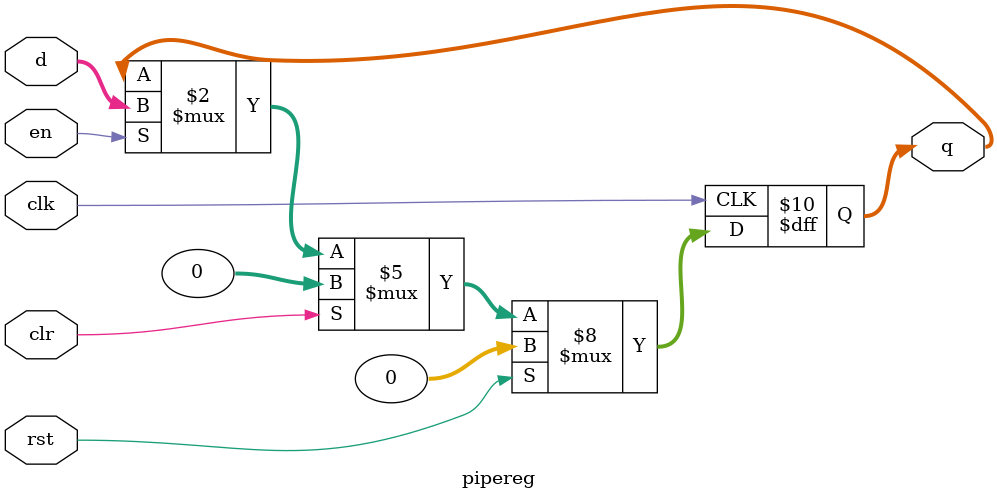
<source format=sv>
module pipereg #(
    parameter WIDTH = 32
)(
    input  logic             clk,
    input  logic             rst,
    input  logic             en,    // Enable (usually 1'b1 unless stalling)
    input  logic             clr,   // Flush (synchronous reset for hazards)
    input  logic [WIDTH-1:0] d,
    output logic [WIDTH-1:0] q
);

    always_ff @(posedge clk) begin
        if (rst)         q <= {WIDTH{1'b0}};
        else if (clr)    q <= {WIDTH{1'b0}};
        else if (en)     q <= d;
    end

endmodule
</source>
